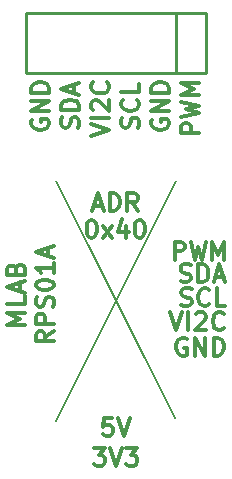
<source format=gbr>
G04 #@! TF.FileFunction,Legend,Top*
%FSLAX46Y46*%
G04 Gerber Fmt 4.6, Leading zero omitted, Abs format (unit mm)*
G04 Created by KiCad (PCBNEW (2015-05-13 BZR 5653)-product) date 7. 1. 2016 8:57:19*
%MOMM*%
G01*
G04 APERTURE LIST*
%ADD10C,0.100000*%
%ADD11C,0.300000*%
%ADD12C,0.200000*%
%ADD13C,0.254000*%
G04 APERTURE END LIST*
D10*
D11*
X133270857Y-91690000D02*
X133985143Y-91690000D01*
X133128000Y-92118571D02*
X133628000Y-90618571D01*
X134128000Y-92118571D01*
X134628000Y-92118571D02*
X134628000Y-90618571D01*
X134985143Y-90618571D01*
X135199428Y-90690000D01*
X135342286Y-90832857D01*
X135413714Y-90975714D01*
X135485143Y-91261429D01*
X135485143Y-91475714D01*
X135413714Y-91761429D01*
X135342286Y-91904286D01*
X135199428Y-92047143D01*
X134985143Y-92118571D01*
X134628000Y-92118571D01*
X136985143Y-92118571D02*
X136485143Y-91404286D01*
X136128000Y-92118571D02*
X136128000Y-90618571D01*
X136699428Y-90618571D01*
X136842286Y-90690000D01*
X136913714Y-90761429D01*
X136985143Y-90904286D01*
X136985143Y-91118571D01*
X136913714Y-91261429D01*
X136842286Y-91332857D01*
X136699428Y-91404286D01*
X136128000Y-91404286D01*
X133020858Y-92904571D02*
X133163715Y-92904571D01*
X133306572Y-92976000D01*
X133378001Y-93047429D01*
X133449430Y-93190286D01*
X133520858Y-93476000D01*
X133520858Y-93833143D01*
X133449430Y-94118857D01*
X133378001Y-94261714D01*
X133306572Y-94333143D01*
X133163715Y-94404571D01*
X133020858Y-94404571D01*
X132878001Y-94333143D01*
X132806572Y-94261714D01*
X132735144Y-94118857D01*
X132663715Y-93833143D01*
X132663715Y-93476000D01*
X132735144Y-93190286D01*
X132806572Y-93047429D01*
X132878001Y-92976000D01*
X133020858Y-92904571D01*
X134020858Y-94404571D02*
X134806572Y-93404571D01*
X134020858Y-93404571D02*
X134806572Y-94404571D01*
X136020858Y-93404571D02*
X136020858Y-94404571D01*
X135663715Y-92833143D02*
X135306572Y-93904571D01*
X136235144Y-93904571D01*
X137092286Y-92904571D02*
X137235143Y-92904571D01*
X137378000Y-92976000D01*
X137449429Y-93047429D01*
X137520858Y-93190286D01*
X137592286Y-93476000D01*
X137592286Y-93833143D01*
X137520858Y-94118857D01*
X137449429Y-94261714D01*
X137378000Y-94333143D01*
X137235143Y-94404571D01*
X137092286Y-94404571D01*
X136949429Y-94333143D01*
X136878000Y-94261714D01*
X136806572Y-94118857D01*
X136735143Y-93833143D01*
X136735143Y-93476000D01*
X136806572Y-93190286D01*
X136878000Y-93047429D01*
X136949429Y-92976000D01*
X137092286Y-92904571D01*
X134842287Y-109668571D02*
X134128001Y-109668571D01*
X134056572Y-110382857D01*
X134128001Y-110311429D01*
X134270858Y-110240000D01*
X134628001Y-110240000D01*
X134770858Y-110311429D01*
X134842287Y-110382857D01*
X134913715Y-110525714D01*
X134913715Y-110882857D01*
X134842287Y-111025714D01*
X134770858Y-111097143D01*
X134628001Y-111168571D01*
X134270858Y-111168571D01*
X134128001Y-111097143D01*
X134056572Y-111025714D01*
X135342286Y-109668571D02*
X135842286Y-111168571D01*
X136342286Y-109668571D01*
X133310286Y-112208571D02*
X134238857Y-112208571D01*
X133738857Y-112780000D01*
X133953143Y-112780000D01*
X134096000Y-112851429D01*
X134167429Y-112922857D01*
X134238857Y-113065714D01*
X134238857Y-113422857D01*
X134167429Y-113565714D01*
X134096000Y-113637143D01*
X133953143Y-113708571D01*
X133524571Y-113708571D01*
X133381714Y-113637143D01*
X133310286Y-113565714D01*
X134667428Y-112208571D02*
X135167428Y-113708571D01*
X135667428Y-112208571D01*
X136024571Y-112208571D02*
X136953142Y-112208571D01*
X136453142Y-112780000D01*
X136667428Y-112780000D01*
X136810285Y-112851429D01*
X136881714Y-112922857D01*
X136953142Y-113065714D01*
X136953142Y-113422857D01*
X136881714Y-113565714D01*
X136810285Y-113637143D01*
X136667428Y-113708571D01*
X136238856Y-113708571D01*
X136095999Y-113637143D01*
X136024571Y-113565714D01*
X138220000Y-84392857D02*
X138148571Y-84535714D01*
X138148571Y-84750000D01*
X138220000Y-84964285D01*
X138362857Y-85107143D01*
X138505714Y-85178571D01*
X138791429Y-85250000D01*
X139005714Y-85250000D01*
X139291429Y-85178571D01*
X139434286Y-85107143D01*
X139577143Y-84964285D01*
X139648571Y-84750000D01*
X139648571Y-84607143D01*
X139577143Y-84392857D01*
X139505714Y-84321428D01*
X139005714Y-84321428D01*
X139005714Y-84607143D01*
X139648571Y-83678571D02*
X138148571Y-83678571D01*
X139648571Y-82821428D01*
X138148571Y-82821428D01*
X139648571Y-82107142D02*
X138148571Y-82107142D01*
X138148571Y-81749999D01*
X138220000Y-81535714D01*
X138362857Y-81392856D01*
X138505714Y-81321428D01*
X138791429Y-81249999D01*
X139005714Y-81249999D01*
X139291429Y-81321428D01*
X139434286Y-81392856D01*
X139577143Y-81535714D01*
X139648571Y-81749999D01*
X139648571Y-82107142D01*
X128060000Y-84392857D02*
X127988571Y-84535714D01*
X127988571Y-84750000D01*
X128060000Y-84964285D01*
X128202857Y-85107143D01*
X128345714Y-85178571D01*
X128631429Y-85250000D01*
X128845714Y-85250000D01*
X129131429Y-85178571D01*
X129274286Y-85107143D01*
X129417143Y-84964285D01*
X129488571Y-84750000D01*
X129488571Y-84607143D01*
X129417143Y-84392857D01*
X129345714Y-84321428D01*
X128845714Y-84321428D01*
X128845714Y-84607143D01*
X129488571Y-83678571D02*
X127988571Y-83678571D01*
X129488571Y-82821428D01*
X127988571Y-82821428D01*
X129488571Y-82107142D02*
X127988571Y-82107142D01*
X127988571Y-81749999D01*
X128060000Y-81535714D01*
X128202857Y-81392856D01*
X128345714Y-81321428D01*
X128631429Y-81249999D01*
X128845714Y-81249999D01*
X129131429Y-81321428D01*
X129274286Y-81392856D01*
X129417143Y-81535714D01*
X129488571Y-81749999D01*
X129488571Y-82107142D01*
X129869571Y-102323427D02*
X129155286Y-102823427D01*
X129869571Y-103180570D02*
X128369571Y-103180570D01*
X128369571Y-102609142D01*
X128441000Y-102466284D01*
X128512429Y-102394856D01*
X128655286Y-102323427D01*
X128869571Y-102323427D01*
X129012429Y-102394856D01*
X129083857Y-102466284D01*
X129155286Y-102609142D01*
X129155286Y-103180570D01*
X129869571Y-101680570D02*
X128369571Y-101680570D01*
X128369571Y-101109142D01*
X128441000Y-100966284D01*
X128512429Y-100894856D01*
X128655286Y-100823427D01*
X128869571Y-100823427D01*
X129012429Y-100894856D01*
X129083857Y-100966284D01*
X129155286Y-101109142D01*
X129155286Y-101680570D01*
X129798143Y-100251999D02*
X129869571Y-100037713D01*
X129869571Y-99680570D01*
X129798143Y-99537713D01*
X129726714Y-99466284D01*
X129583857Y-99394856D01*
X129441000Y-99394856D01*
X129298143Y-99466284D01*
X129226714Y-99537713D01*
X129155286Y-99680570D01*
X129083857Y-99966284D01*
X129012429Y-100109142D01*
X128941000Y-100180570D01*
X128798143Y-100251999D01*
X128655286Y-100251999D01*
X128512429Y-100180570D01*
X128441000Y-100109142D01*
X128369571Y-99966284D01*
X128369571Y-99609142D01*
X128441000Y-99394856D01*
X128369571Y-98466285D02*
X128369571Y-98323428D01*
X128441000Y-98180571D01*
X128512429Y-98109142D01*
X128655286Y-98037713D01*
X128941000Y-97966285D01*
X129298143Y-97966285D01*
X129583857Y-98037713D01*
X129726714Y-98109142D01*
X129798143Y-98180571D01*
X129869571Y-98323428D01*
X129869571Y-98466285D01*
X129798143Y-98609142D01*
X129726714Y-98680571D01*
X129583857Y-98751999D01*
X129298143Y-98823428D01*
X128941000Y-98823428D01*
X128655286Y-98751999D01*
X128512429Y-98680571D01*
X128441000Y-98609142D01*
X128369571Y-98466285D01*
X129869571Y-96537714D02*
X129869571Y-97394857D01*
X129869571Y-96966285D02*
X128369571Y-96966285D01*
X128583857Y-97109142D01*
X128726714Y-97252000D01*
X128798143Y-97394857D01*
X129441000Y-95966286D02*
X129441000Y-95252000D01*
X129869571Y-96109143D02*
X128369571Y-95609143D01*
X129869571Y-95109143D01*
X127456571Y-101752000D02*
X125956571Y-101752000D01*
X127028000Y-101252000D01*
X125956571Y-100752000D01*
X127456571Y-100752000D01*
X127456571Y-99323428D02*
X127456571Y-100037714D01*
X125956571Y-100037714D01*
X127028000Y-98894857D02*
X127028000Y-98180571D01*
X127456571Y-99037714D02*
X125956571Y-98537714D01*
X127456571Y-98037714D01*
X126670857Y-97037714D02*
X126742286Y-96823428D01*
X126813714Y-96752000D01*
X126956571Y-96680571D01*
X127170857Y-96680571D01*
X127313714Y-96752000D01*
X127385143Y-96823428D01*
X127456571Y-96966286D01*
X127456571Y-97537714D01*
X125956571Y-97537714D01*
X125956571Y-97037714D01*
X126028000Y-96894857D01*
X126099429Y-96823428D01*
X126242286Y-96752000D01*
X126385143Y-96752000D01*
X126528000Y-96823428D01*
X126599429Y-96894857D01*
X126670857Y-97037714D01*
X126670857Y-97537714D01*
X142188571Y-85535429D02*
X140688571Y-85535429D01*
X140688571Y-84964001D01*
X140760000Y-84821143D01*
X140831429Y-84749715D01*
X140974286Y-84678286D01*
X141188571Y-84678286D01*
X141331429Y-84749715D01*
X141402857Y-84821143D01*
X141474286Y-84964001D01*
X141474286Y-85535429D01*
X140688571Y-84178286D02*
X142188571Y-83821143D01*
X141117143Y-83535429D01*
X142188571Y-83249715D01*
X140688571Y-82892572D01*
X142188571Y-82321143D02*
X140688571Y-82321143D01*
X141760000Y-81821143D01*
X140688571Y-81321143D01*
X142188571Y-81321143D01*
X131957143Y-85071428D02*
X132028571Y-84857142D01*
X132028571Y-84499999D01*
X131957143Y-84357142D01*
X131885714Y-84285713D01*
X131742857Y-84214285D01*
X131600000Y-84214285D01*
X131457143Y-84285713D01*
X131385714Y-84357142D01*
X131314286Y-84499999D01*
X131242857Y-84785713D01*
X131171429Y-84928571D01*
X131100000Y-84999999D01*
X130957143Y-85071428D01*
X130814286Y-85071428D01*
X130671429Y-84999999D01*
X130600000Y-84928571D01*
X130528571Y-84785713D01*
X130528571Y-84428571D01*
X130600000Y-84214285D01*
X132028571Y-83571428D02*
X130528571Y-83571428D01*
X130528571Y-83214285D01*
X130600000Y-83000000D01*
X130742857Y-82857142D01*
X130885714Y-82785714D01*
X131171429Y-82714285D01*
X131385714Y-82714285D01*
X131671429Y-82785714D01*
X131814286Y-82857142D01*
X131957143Y-83000000D01*
X132028571Y-83214285D01*
X132028571Y-83571428D01*
X131600000Y-82142857D02*
X131600000Y-81428571D01*
X132028571Y-82285714D02*
X130528571Y-81785714D01*
X132028571Y-81285714D01*
X137037143Y-85075143D02*
X137108571Y-84860857D01*
X137108571Y-84503714D01*
X137037143Y-84360857D01*
X136965714Y-84289428D01*
X136822857Y-84218000D01*
X136680000Y-84218000D01*
X136537143Y-84289428D01*
X136465714Y-84360857D01*
X136394286Y-84503714D01*
X136322857Y-84789428D01*
X136251429Y-84932286D01*
X136180000Y-85003714D01*
X136037143Y-85075143D01*
X135894286Y-85075143D01*
X135751429Y-85003714D01*
X135680000Y-84932286D01*
X135608571Y-84789428D01*
X135608571Y-84432286D01*
X135680000Y-84218000D01*
X136965714Y-82718000D02*
X137037143Y-82789429D01*
X137108571Y-83003715D01*
X137108571Y-83146572D01*
X137037143Y-83360857D01*
X136894286Y-83503715D01*
X136751429Y-83575143D01*
X136465714Y-83646572D01*
X136251429Y-83646572D01*
X135965714Y-83575143D01*
X135822857Y-83503715D01*
X135680000Y-83360857D01*
X135608571Y-83146572D01*
X135608571Y-83003715D01*
X135680000Y-82789429D01*
X135751429Y-82718000D01*
X137108571Y-81360857D02*
X137108571Y-82075143D01*
X135608571Y-82075143D01*
X133068571Y-85749714D02*
X134568571Y-85249714D01*
X133068571Y-84749714D01*
X134568571Y-84249714D02*
X133068571Y-84249714D01*
X133211429Y-83606857D02*
X133140000Y-83535428D01*
X133068571Y-83392571D01*
X133068571Y-83035428D01*
X133140000Y-82892571D01*
X133211429Y-82821142D01*
X133354286Y-82749714D01*
X133497143Y-82749714D01*
X133711429Y-82821142D01*
X134568571Y-83678285D01*
X134568571Y-82749714D01*
X134425714Y-81249714D02*
X134497143Y-81321143D01*
X134568571Y-81535429D01*
X134568571Y-81678286D01*
X134497143Y-81892571D01*
X134354286Y-82035429D01*
X134211429Y-82106857D01*
X133925714Y-82178286D01*
X133711429Y-82178286D01*
X133425714Y-82106857D01*
X133282857Y-82035429D01*
X133140000Y-81892571D01*
X133068571Y-81678286D01*
X133068571Y-81535429D01*
X133140000Y-81321143D01*
X133211429Y-81249714D01*
X141129428Y-102947000D02*
X140986571Y-102875571D01*
X140772285Y-102875571D01*
X140558000Y-102947000D01*
X140415142Y-103089857D01*
X140343714Y-103232714D01*
X140272285Y-103518429D01*
X140272285Y-103732714D01*
X140343714Y-104018429D01*
X140415142Y-104161286D01*
X140558000Y-104304143D01*
X140772285Y-104375571D01*
X140915142Y-104375571D01*
X141129428Y-104304143D01*
X141200857Y-104232714D01*
X141200857Y-103732714D01*
X140915142Y-103732714D01*
X141843714Y-104375571D02*
X141843714Y-102875571D01*
X142700857Y-104375571D01*
X142700857Y-102875571D01*
X143415143Y-104375571D02*
X143415143Y-102875571D01*
X143772286Y-102875571D01*
X143986571Y-102947000D01*
X144129429Y-103089857D01*
X144200857Y-103232714D01*
X144272286Y-103518429D01*
X144272286Y-103732714D01*
X144200857Y-104018429D01*
X144129429Y-104161286D01*
X143986571Y-104304143D01*
X143772286Y-104375571D01*
X143415143Y-104375571D01*
X139772286Y-100716571D02*
X140272286Y-102216571D01*
X140772286Y-100716571D01*
X141272286Y-102216571D02*
X141272286Y-100716571D01*
X141915143Y-100859429D02*
X141986572Y-100788000D01*
X142129429Y-100716571D01*
X142486572Y-100716571D01*
X142629429Y-100788000D01*
X142700858Y-100859429D01*
X142772286Y-101002286D01*
X142772286Y-101145143D01*
X142700858Y-101359429D01*
X141843715Y-102216571D01*
X142772286Y-102216571D01*
X144272286Y-102073714D02*
X144200857Y-102145143D01*
X143986571Y-102216571D01*
X143843714Y-102216571D01*
X143629429Y-102145143D01*
X143486571Y-102002286D01*
X143415143Y-101859429D01*
X143343714Y-101573714D01*
X143343714Y-101359429D01*
X143415143Y-101073714D01*
X143486571Y-100930857D01*
X143629429Y-100788000D01*
X143843714Y-100716571D01*
X143986571Y-100716571D01*
X144200857Y-100788000D01*
X144272286Y-100859429D01*
X140700857Y-100113143D02*
X140915143Y-100184571D01*
X141272286Y-100184571D01*
X141415143Y-100113143D01*
X141486572Y-100041714D01*
X141558000Y-99898857D01*
X141558000Y-99756000D01*
X141486572Y-99613143D01*
X141415143Y-99541714D01*
X141272286Y-99470286D01*
X140986572Y-99398857D01*
X140843714Y-99327429D01*
X140772286Y-99256000D01*
X140700857Y-99113143D01*
X140700857Y-98970286D01*
X140772286Y-98827429D01*
X140843714Y-98756000D01*
X140986572Y-98684571D01*
X141343714Y-98684571D01*
X141558000Y-98756000D01*
X143058000Y-100041714D02*
X142986571Y-100113143D01*
X142772285Y-100184571D01*
X142629428Y-100184571D01*
X142415143Y-100113143D01*
X142272285Y-99970286D01*
X142200857Y-99827429D01*
X142129428Y-99541714D01*
X142129428Y-99327429D01*
X142200857Y-99041714D01*
X142272285Y-98898857D01*
X142415143Y-98756000D01*
X142629428Y-98684571D01*
X142772285Y-98684571D01*
X142986571Y-98756000D01*
X143058000Y-98827429D01*
X144415143Y-100184571D02*
X143700857Y-100184571D01*
X143700857Y-98684571D01*
X140629429Y-98081143D02*
X140843715Y-98152571D01*
X141200858Y-98152571D01*
X141343715Y-98081143D01*
X141415144Y-98009714D01*
X141486572Y-97866857D01*
X141486572Y-97724000D01*
X141415144Y-97581143D01*
X141343715Y-97509714D01*
X141200858Y-97438286D01*
X140915144Y-97366857D01*
X140772286Y-97295429D01*
X140700858Y-97224000D01*
X140629429Y-97081143D01*
X140629429Y-96938286D01*
X140700858Y-96795429D01*
X140772286Y-96724000D01*
X140915144Y-96652571D01*
X141272286Y-96652571D01*
X141486572Y-96724000D01*
X142129429Y-98152571D02*
X142129429Y-96652571D01*
X142486572Y-96652571D01*
X142700857Y-96724000D01*
X142843715Y-96866857D01*
X142915143Y-97009714D01*
X142986572Y-97295429D01*
X142986572Y-97509714D01*
X142915143Y-97795429D01*
X142843715Y-97938286D01*
X142700857Y-98081143D01*
X142486572Y-98152571D01*
X142129429Y-98152571D01*
X143558000Y-97724000D02*
X144272286Y-97724000D01*
X143415143Y-98152571D02*
X143915143Y-96652571D01*
X144415143Y-98152571D01*
X140113571Y-96247571D02*
X140113571Y-94747571D01*
X140684999Y-94747571D01*
X140827857Y-94819000D01*
X140899285Y-94890429D01*
X140970714Y-95033286D01*
X140970714Y-95247571D01*
X140899285Y-95390429D01*
X140827857Y-95461857D01*
X140684999Y-95533286D01*
X140113571Y-95533286D01*
X141470714Y-94747571D02*
X141827857Y-96247571D01*
X142113571Y-95176143D01*
X142399285Y-96247571D01*
X142756428Y-94747571D01*
X143327857Y-96247571D02*
X143327857Y-94747571D01*
X143827857Y-95819000D01*
X144327857Y-94747571D01*
X144327857Y-96247571D01*
D12*
X130080000Y-109920000D02*
X140240000Y-89600000D01*
X140113000Y-109666000D02*
X130080000Y-89600000D01*
D13*
X137700000Y-80456000D02*
X136430000Y-80456000D01*
X140240000Y-80456000D02*
X137700000Y-80456000D01*
X127540000Y-75376000D02*
X127540000Y-80456000D01*
X130080000Y-80456000D02*
X127540000Y-80456000D01*
X130080000Y-75376000D02*
X127540000Y-75376000D01*
X130080000Y-75376000D02*
X127540000Y-75376000D01*
X130080000Y-80456000D02*
X127540000Y-80456000D01*
X127540000Y-75376000D02*
X127540000Y-80456000D01*
X131350000Y-80456000D02*
X128810000Y-80456000D01*
X135160000Y-75376000D02*
X132620000Y-75376000D01*
X135160000Y-75376000D02*
X132620000Y-75376000D01*
X131350000Y-80456000D02*
X128810000Y-80456000D01*
X131350000Y-80456000D02*
X128810000Y-80456000D01*
X132620000Y-75376000D02*
X130080000Y-75376000D01*
X132620000Y-75376000D02*
X130080000Y-75376000D01*
X131350000Y-80456000D02*
X128810000Y-80456000D01*
X140240000Y-75376000D02*
X132620000Y-75376000D01*
X128810000Y-80456000D02*
X133890000Y-80456000D01*
X140240000Y-75376000D02*
X140240000Y-77916000D01*
X140240000Y-80456000D02*
X140240000Y-77916000D01*
X133890000Y-80456000D02*
X136430000Y-80456000D01*
X140240000Y-75376000D02*
X142780000Y-75376000D01*
X142780000Y-75376000D02*
X142780000Y-80456000D01*
X142780000Y-80456000D02*
X140240000Y-80456000D01*
X140240000Y-80456000D02*
X140240000Y-75376000D01*
M02*

</source>
